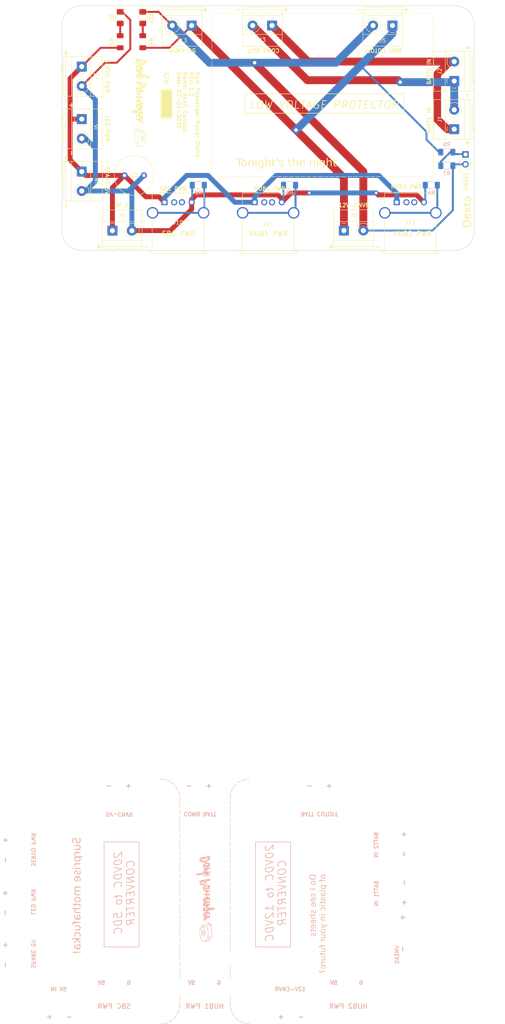
<source format=kicad_pcb>
(kicad_pcb (version 20241229) (generator "pcbnew") (generator_version "9.0")
  (title_block (title "Dark Passenger Power Distro Traces") (date "2025-03-08") (rev "V1") (company "Ranil Ganlath"))
  (layers (0 "F.Cu" signal) (2 "B.Cu" power) (13 "F.Paste" user) (15 "B.Paste" user) (5 "F.SilkS" user "F.Silkscreen") (7 "B.SilkS" user "B.Silkscreen") (1 "F.Mask" user) (3 "B.Mask" user) (25 "Edge.Cuts" user))
  (net 0 "")
  (net 1 "GND")
  (net 2 "+5V")
  (net 3 "Net-(J1-Pin_2)")
  (net 4 "Net-(J1-Pin_1)")
  (net 5 "Net-(J13-Pin_1)")
  (net 8 "Net-(J10-Shield)")
  (net 10 "Net-(J11-Shield)")
  (net 12 "Net-(J12-Shield)")
  (net 15 "Net-(J14-Pin_1)")
  (net 16 "Net-(D1-A)")
  (net 17 "Net-(D2-A)")
  (net 18 "Net-(D2-K)")
  (footprint "Connector_PinHeader_2.54mm:PinHeader_1x02_P2.54mm_Vertical" (layer "F.Cu") (at 144.05 60.1)
    (property "Reference" "J14" (hide yes))
    (property "Value" "BATT_MEAS")
    (pad "1" thru_hole rect (at 0 0) (size 1.7 1.7) (drill 1) (layers "*.Cu" "*.Mask") (net 15 "Net-(J14-Pin_1)"))
    (pad "2" thru_hole oval (at 0 2.54) (size 1.7 1.7) (drill 1) (layers "*.Cu" "*.Mask") (net 18 "Net-(D2-K)"))
  )
  (footprint "Resistor_SMD:R_1206_3216Metric_Pad1.30x1.75mm_HandSolder" (layer "F.Cu") (at 55.15 31.1 90)
    (property "Reference" "R1" (hide yes))
    (property "Value" "200ohm")
    (pad "1" smd roundrect (at -1.55 0 90) (size 1.3 1.75) (layers "F.Cu" "F.Mask" "F.Paste") (roundrect_rratio 0.192308) (net 2 "+5V"))
    (pad "2" smd roundrect (at 1.55 0 90) (size 1.3 1.75) (layers "F.Cu" "F.Mask" "F.Paste") (roundrect_rratio 0.192308) (net 16 "Net-(D1-A)"))
  )
  (footprint "LED_SMD:LED_1206_3216Metric_Pad1.42x1.75mm_HandSolder" (layer "F.Cu") (at 60.95 24.9 -90)
    (property "Reference" "D2" (hide yes))
    (property "Value" "LED")
    (pad "1" smd roundrect (at -1.4875 0 270) (size 1.425 1.75) (layers "F.Cu" "F.Mask" "F.Paste") (roundrect_rratio 0.175439) (net 18 "Net-(D2-K)"))
    (pad "2" smd roundrect (at 1.4875 0 270) (size 1.425 1.75) (layers "F.Cu" "F.Mask" "F.Paste") (roundrect_rratio 0.175439) (net 17 "Net-(D2-A)"))
  )
  (footprint "MountingHole:MountingHole_3mm" (layer "F.Cu") (at 81.74 26.8)
    (property "Reference" "H4" (hide yes))
    (property "Value" "MountingHole")
    (pad "" np_thru_hole circle (at 0 0) (size 3 3) (drill 3) (layers "*.Cu" "*.Mask"))
  )
  (footprint "TerminalBlock_Phoenix:TerminalBlock_Phoenix_MKDS-1,5-2_1x02_P5.00mm_Horizontal" (layer "F.Cu") (at 73.55 26.9275 180)
    (property "Reference" "J13" (at 2.5 -3.8725 0) (layer "F.SilkS"))
    (property "Value" "5V CONV")
    (pad "1" thru_hole roundrect (at 0 0 180) (size 2.6 2.6) (drill 1.3) (layers "*.Cu" "*.Mask") (roundrect_rratio 0.096154) (net 5 "Net-(J13-Pin_1)"))
    (pad "2" thru_hole circle (at 5 0 180) (size 2.6 2.6) (drill 1.3) (layers "*.Cu" "*.Mask") (net 18 "Net-(D2-K)"))
  )
  (footprint "MountingHole:MountingHole_3mm" (layer "F.Cu") (at 45.16 26.8)
    (property "Reference" "H2" (hide yes))
    (property "Value" "MountingHole")
    (pad "" np_thru_hole circle (at 0 0) (size 3 3) (drill 3) (layers "*.Cu" "*.Mask"))
  )
  (footprint "MountingHole:MountingHole_3mm" (layer "F.Cu") (at 81.75 62.8)
    (property "Reference" "H9" (hide yes))
    (property "Value" "MountingHole")
    (pad "" np_thru_hole circle (at 0 0) (size 3 3) (drill 3) (layers "*.Cu" "*.Mask"))
  )
  (footprint "MountingHole:MountingHole_3mm" (layer "F.Cu") (at 104.74 26.8)
    (property "Reference" "H6" (hide yes))
    (property "Value" "MountingHole")
    (pad "" np_thru_hole circle (at 0 0) (size 3 3) (drill 3) (layers "*.Cu" "*.Mask"))
  )
  (footprint "TerminalBlock_Phoenix:TerminalBlock_Phoenix_MKDS-1,5-2_1x02_P5.00mm_Horizontal" (layer "F.Cu") (at 45.25 64.5 -90)
    (property "Reference" "J8" (at 2.5 -4 90) (layer "F.SilkS"))
    (property "Value" "SPARE_5V_OUT")
    (pad "1" thru_hole roundrect (at 0 0 270) (size 2.6 2.6) (drill 1.3) (layers "*.Cu" "*.Mask") (roundrect_rratio 0.096154) (net 2 "+5V"))
    (pad "2" thru_hole circle (at 5 0 270) (size 2.6 2.6) (drill 1.3) (layers "*.Cu" "*.Mask") (net 1 "GND"))
  )
  (footprint "MountingHole:MountingHole_3mm" (layer "F.Cu") (at 132.75 62.8)
    (property "Reference" "H11" (hide yes))
    (property "Value" "MountingHole")
    (pad "" np_thru_hole circle (at 0 0) (size 3 3) (drill 3) (layers "*.Cu" "*.Mask"))
  )
  (footprint "Connector_USB:USB_A_Molex_67643_Horizontal" (layer "F.Cu") (at 89.75 72.408)
    (property "Reference" "J11" (at 3.5 5.592 0) (layer "F.SilkS"))
    (property "Value" "USB_HUB1_PWR")
    (pad "1" thru_hole rect (at 0 0) (size 1.6 1.5) (drill 0.95) (layers "*.Cu" "*.Mask") (net 2 "+5V"))
    (pad "2" thru_hole circle (at 2.5 0) (size 1.6 1.6) (drill 0.95) (layers "*.Cu" "*.Mask"))
    (pad "3" thru_hole circle (at 4.5 0) (size 1.6 1.6) (drill 0.95) (layers "*.Cu" "*.Mask"))
    (pad "4" thru_hole circle (at 7 0) (size 1.6 1.6) (drill 0.95) (layers "*.Cu" "*.Mask") (net 1 "GND"))
    (pad "5" thru_hole circle (at -3.07 2.71) (size 3 3) (drill 2.3) (layers "*.Cu" "*.Mask") (net 10 "Net-(J11-Shield)"))
    (pad "5" thru_hole circle (at 10.07 2.71) (size 3 3) (drill 2.3) (layers "*.Cu" "*.Mask") (net 10 "Net-(J11-Shield)"))
  )
  (footprint "Resistor_SMD:R_1206_3216Metric_Pad1.30x1.75mm_HandSolder" (layer "F.Cu") (at 60.95 31.1 90)
    (property "Reference" "R5" (hide yes))
    (property "Value" "200ohm")
    (pad "1" smd roundrect (at -1.55 0 90) (size 1.3 1.75) (layers "F.Cu" "F.Mask" "F.Paste") (roundrect_rratio 0.192308) (net 5 "Net-(J13-Pin_1)"))
    (pad "2" smd roundrect (at 1.55 0 90) (size 1.3 1.75) (layers "F.Cu" "F.Mask" "F.Paste") (roundrect_rratio 0.192308) (net 17 "Net-(D2-A)"))
  )
  (footprint "LOGO" (layer "F.Cu") (at 60.25 56 -90)
    (property "Reference" "G***" (hide yes))
    (property "Value" "LOGO" (hide yes))
  )
  (footprint "TerminalBlock_Phoenix:TerminalBlock_Phoenix_MKDS-1,5-2_1x02_P5.00mm_Horizontal" (layer "F.Cu") (at 45.25 37.5 -90)
    (property "Reference" "J7" (at 2.5 -3.8 90) (layer "F.SilkS"))
    (property "Value" "SERVO_PWR")
    (pad "1" thru_hole roundrect (at 0 0 270) (size 2.6 2.6) (drill 1.3) (layers "*.Cu" "*.Mask") (roundrect_rratio 0.096154) (net 2 "+5V"))
    (pad "2" thru_hole circle (at 5 0 270) (size 2.6 2.6) (drill 1.3) (layers "*.Cu" "*.Mask") (net 1 "GND"))
  )
  (footprint "MountingHole:MountingHole_3mm" (layer "F.Cu") (at 104.74 79.8)
    (property "Reference" "H5" (hide yes))
    (property "Value" "MountingHole")
    (pad "" np_thru_hole circle (at 0 0) (size 3 3) (drill 3) (layers "*.Cu" "*.Mask"))
  )
  (footprint "MountingHole:MountingHole_3mm" (layer "F.Cu") (at 81.74 79.8)
    (property "Reference" "H3" (hide yes))
    (property "Value" "MountingHole")
    (pad "" np_thru_hole circle (at 0 0) (size 3 3) (drill 3) (layers "*.Cu" "*.Mask"))
  )
  (footprint "TerminalBlock_Phoenix:TerminalBlock_Phoenix_MKDS-1,5-2_1x02_P5.00mm_Horizontal" (layer "F.Cu") (at 112.75 79.6725)
    (property "Reference" "J9" (at 2.5 -3.8725 0) (layer "F.SilkS"))
    (property "Value" "12V CONV")
    (pad "1" thru_hole roundrect (at 0 0) (size 2.6 2.6) (drill 1.3) (layers "*.Cu" "*.Mask") (roundrect_rratio 0.096154) (net 5 "Net-(J13-Pin_1)"))
    (pad "2" thru_hole circle (at 5 0) (size 2.6 2.6) (drill 1.3) (layers "*.Cu" "*.Mask") (net 18 "Net-(D2-K)"))
  )
  (footprint "TerminalBlock_Phoenix:TerminalBlock_Phoenix_MKDS-1,5-2_1x02_P5.00mm_Horizontal" (layer "F.Cu") (at 125.25 26.9275 180)
    (property "Reference" "J5" (at 2.5 -3.8725 0) (layer "F.SilkS"))
    (property "Value" "BATT_CUTOFF")
    (pad "1" thru_hole roundrect (at 0 0 180) (size 2.6 2.6) (drill 1.3) (layers "*.Cu" "*.Mask") (roundrect_rratio 0.096154) (net 5 "Net-(J13-Pin_1)"))
    (pad "2" thru_hole circle (at 5 0 180) (size 2.6 2.6) (drill 1.3) (layers "*.Cu" "*.Mask") (net 18 "Net-(D2-K)"))
  )
  (footprint "LOGO" (layer "F.Cu") (at 60.25 44 -90)
    (property "Reference" "G***" (hide yes))
    (property "Value" "LOGO" (hide yes))
  )
  (footprint "TerminalBlock_Phoenix:TerminalBlock_Phoenix_MKDS-1,5-2_1x02_P5.00mm_Horizontal" (layer "F.Cu") (at 94.25 26.9275 180)
    (property "Reference" "J3" (at 2.5 -3.6725 0) (layer "F.SilkS"))
    (property "Value" "BATT_COMB")
    (pad "1" thru_hole roundrect (at 0 0 180) (size 2.6 2.6) (drill 1.3) (layers "*.Cu" "*.Mask") (roundrect_rratio 0.096154) (net 4 "Net-(J1-Pin_1)"))
    (pad "2" thru_hole circle (at 5 0 180) (size 2.6 2.6) (drill 1.3) (layers "*.Cu" "*.Mask") (net 3 "Net-(J1-Pin_2)"))
  )
  (footprint "Connector_USB:USB_A_Molex_67643_Horizontal" (layer "F.Cu") (at 66.55 72.408)
    (property "Reference" "J10" (at 3.5 5.192 0) (layer "F.SilkS"))
    (property "Value" "RaspPi_PWR")
    (pad "1" thru_hole rect (at 0 0) (size 1.6 1.5) (drill 0.95) (layers "*.Cu" "*.Mask") (net 2 "+5V"))
    (pad "2" thru_hole circle (at 2.5 0) (size 1.6 1.6) (drill 0.95) (layers "*.Cu" "*.Mask"))
    (pad "3" thru_hole circle (at 4.5 0) (size 1.6 1.6) (drill 0.95) (layers "*.Cu" "*.Mask"))
    (pad "4" thru_hole circle (at 7 0) (size 1.6 1.6) (drill 0.95) (layers "*.Cu" "*.Mask") (net 1 "GND"))
    (pad "5" thru_hole circle (at -3.07 2.71) (size 3 3) (drill 2.3) (layers "*.Cu" "*.Mask") (net 8 "Net-(J10-Shield)"))
    (pad "5" thru_hole circle (at 10.07 2.71) (size 3 3) (drill 2.3) (layers "*.Cu" "*.Mask") (net 8 "Net-(J10-Shield)"))
  )
  (footprint "MountingHole:MountingHole_3mm" (layer "F.Cu") (at 45.16 79.8)
    (property "Reference" "H1" (hide yes))
    (property "Value" "MountingHole")
    (pad "" np_thru_hole circle (at 0 0) (size 3 3) (drill 3) (layers "*.Cu" "*.Mask"))
  )
  (footprint "MountingHole:MountingHole_3mm" (layer "F.Cu") (at 141.32 79.8)
    (property "Reference" "H7" (hide yes))
    (property "Value" "MountingHole")
    (pad "" np_thru_hole circle (at 0 0) (size 3 3) (drill 3) (layers "*.Cu" "*.Mask"))
  )
  (footprint "MountingHole:MountingHole_3mm" (layer "F.Cu") (at 132.75 26.8)
    (property "Reference" "H12" (hide yes))
    (property "Value" "MountingHole")
    (pad "" np_thru_hole circle (at 0 0) (size 3 3) (drill 3) (layers "*.Cu" "*.Mask"))
  )
  (footprint "Capacitor_THT:C_Radial_D10.0mm_H16.0mm_P5.00mm" (layer "F.Cu") (at 56.25 65.5)
    (property "Reference" "C1" (at 2.5 -0.1 0) (layer "F.SilkS"))
    (property "Value" "1000uF 16V")
    (pad "1" thru_hole circle (at 0 0) (size 1.6 1.6) (drill 0.8) (layers "*.Cu" "*.Mask") (net 2 "+5V"))
    (pad "2" thru_hole circle (at 5 0) (size 1.6 1.6) (drill 0.8) (layers "*.Cu" "*.Mask") (net 1 "GND"))
  )
  (footprint "TerminalBlock_Phoenix:TerminalBlock_Phoenix_MKDS-1,5-2_1x02_P5.00mm_Horizontal" (layer "F.Cu") (at 53.15 79.7)
    (property "Reference" "J4" (at 2.5 -3.9 0) (layer "F.SilkS"))
    (property "Value" "5V Input")
    (pad "1" thru_hole roundrect (at 0 0) (size 2.6 2.6) (drill 1.3) (layers "*.Cu" "*.Mask") (roundrect_rratio 0.096154) (net 2 "+5V"))
    (pad "2" thru_hole circle (at 5 0) (size 2.6 2.6) (drill 1.3) (layers "*.Cu" "*.Mask") (net 1 "GND"))
  )
  (footprint "TerminalBlock_Phoenix:TerminalBlock_Phoenix_MKDS-1,5-2_1x02_P5.00mm_Horizontal" (layer "F.Cu") (at 141.15 53.6 90)
    (property "Reference" "J1" (at 2.6 -3.7 90) (layer "F.SilkS"))
    (property "Value" "BATT_1")
    (pad "1" thru_hole roundrect (at 0 0 90) (size 2.6 2.6) (drill 1.3) (layers "*.Cu" "*.Mask") (roundrect_rratio 0.096154) (net 4 "Net-(J1-Pin_1)"))
    (pad "2" thru_hole circle (at 5 0 90) (size 2.6 2.6) (drill 1.3) (layers "*.Cu" "*.Mask") (net 3 "Net-(J1-Pin_2)"))
  )
  (footprint "TerminalBlock_Phoenix:TerminalBlock_Phoenix_MKDS-1,5-2_1x02_P5.00mm_Horizontal" (layer "F.Cu") (at 45.25 51 -90)
    (property "Reference" "J6" (at 2.2 -3.8 90) (layer "F.SilkS"))
    (property "Value" "NEOPIXEL_PWR")
    (pad "1" thru_hole roundrect (at 0 0 270) (size 2.6 2.6) (drill 1.3) (layers "*.Cu" "*.Mask") (roundrect_rratio 0.096154) (net 2 "+5V"))
    (pad "2" thru_hole circle (at 5 0 270) (size 2.6 2.6) (drill 1.3) (layers "*.Cu" "*.Mask") (net 1 "GND"))
  )
  (footprint "Connector_USB:USB_A_Molex_67643_Horizontal" (layer "F.Cu") (at 126.35 72.408)
    (property "Reference" "J12" (at 3.5 5.192 0) (layer "F.SilkS"))
    (property "Value" "USB_HUB2_PWR")
    (pad "1" thru_hole rect (at 0 0) (size 1.6 1.5) (drill 0.95) (layers "*.Cu" "*.Mask") (net 2 "+5V"))
    (pad "2" thru_hole circle (at 2.5 0) (size 1.6 1.6) (drill 0.95) (layers "*.Cu" "*.Mask"))
    (pad "3" thru_hole circle (at 4.5 0) (size 1.6 1.6) (drill 0.95) (layers "*.Cu" "*.Mask"))
    (pad "4" thru_hole circle (at 7 0) (size 1.6 1.6) (drill 0.95) (layers "*.Cu" "*.Mask") (net 1 "GND"))
    (pad "5" thru_hole circle (at -3.07 2.71) (size 3 3) (drill 2.3) (layers "*.Cu" "*.Mask") (net 12 "Net-(J12-Shield)"))
    (pad "5" thru_hole circle (at 10.07 2.71) (size 3 3) (drill 2.3) (layers "*.Cu" "*.Mask") (net 12 "Net-(J12-Shield)"))
  )
  (footprint "MountingHole:MountingHole_3mm" (layer "F.Cu") (at 141.32 26.8)
    (property "Reference" "H8" (hide yes))
    (property "Value" "MountingHole")
    (pad "" np_thru_hole circle (at 0 0) (size 3 3) (drill 3) (layers "*.Cu" "*.Mask"))
  )
  (footprint "LED_SMD:LED_1206_3216Metric_Pad1.42x1.75mm_HandSolder" (layer "F.Cu") (at 55.15 24.9 -90)
    (property "Reference" "D1" (hide yes))
    (property "Value" "LED")
    (pad "1" smd roundrect (at -1.4875 0 270) (size 1.425 1.75) (layers "F.Cu" "F.Mask" "F.Paste") (roundrect_rratio 0.175439) (net 1 "GND"))
    (pad "2" smd roundrect (at 1.4875 0 270) (size 1.425 1.75) (layers "F.Cu" "F.Mask" "F.Paste") (roundrect_rratio 0.175439) (net 16 "Net-(D1-A)"))
  )
  (footprint "TerminalBlock_Phoenix:TerminalBlock_Phoenix_MKDS-1,5-2_1x02_P5.00mm_Horizontal" (layer "F.Cu") (at 141.15 41.2 90)
    (property "Reference" "J2" (at 2.5 -3.7 90) (layer "F.SilkS"))
    (property "Value" "BATT_2")
    (pad "1" thru_hole roundrect (at 0 0 90) (size 2.6 2.6) (drill 1.3) (layers "*.Cu" "*.Mask") (roundrect_rratio 0.096154) (net 3 "Net-(J1-Pin_2)"))
    (pad "2" thru_hole circle (at 5 0 90) (size 2.6 2.6) (drill 1.3) (layers "*.Cu" "*.Mask") (net 4 "Net-(J1-Pin_1)"))
  )
  (footprint "LOGO" (layer "B.Cu") (at 77.25 249.172002 -90)
    (property "Reference" "G***" (hide yes))
    (property "Value" "LOGO" (hide yes))
  )
  (footprint "Resistor_SMD:R_1206_3216Metric_Pad1.30x1.75mm_HandSolder" (layer "B.Cu") (at 75.25 68)
    (property "Reference" "R2" (at 0 2 0) (layer "B.SilkS") (effects (justify mirror)))
    (property "Value" "0ohm")
    (pad "1" smd roundrect (at -1.55 0) (size 1.3 1.75) (layers "B.Cu" "B.Mask" "B.Paste") (roundrect_rratio 0.192308) (net 1 "GND"))
    (pad "2" smd roundrect (at 1.55 0) (size 1.3 1.75) (layers "B.Cu" "B.Mask" "B.Paste") (roundrect_rratio 0.192308) (net 8 "Net-(J10-Shield)"))
  )
  (footprint "Resistor_SMD:R_1206_3216Metric_Pad1.30x1.75mm_HandSolder" (layer "B.Cu") (at 139.25 59.5)
    (property "Reference" "R6" (at 0 -2 180) (layer "B.SilkS") (effects (justify mirror)))
    (property "Value" "10kohm")
    (pad "1" smd roundrect (at -1.55 0) (size 1.3 1.75) (layers "B.Cu" "B.Mask" "B.Paste") (roundrect_rratio 0.192308) (net 5 "Net-(J13-Pin_1)"))
    (pad "2" smd roundrect (at 1.55 0) (size 1.3 1.75) (layers "B.Cu" "B.Mask" "B.Paste") (roundrect_rratio 0.192308) (net 15 "Net-(J14-Pin_1)"))
  )
  (footprint "Resistor_SMD:R_1206_3216Metric_Pad1.30x1.75mm_HandSolder" (layer "B.Cu") (at 135.25 68)
    (property "Reference" "R4" (at 0 2 180) (layer "B.SilkS") (effects (justify mirror)))
    (property "Value" "0ohm")
    (pad "1" smd roundrect (at -1.55 0) (size 1.3 1.75) (layers "B.Cu" "B.Mask" "B.Paste") (roundrect_rratio 0.192308) (net 1 "GND"))
    (pad "2" smd roundrect (at 1.55 0) (size 1.3 1.75) (layers "B.Cu" "B.Mask" "B.Paste") (roundrect_rratio 0.192308) (net 12 "Net-(J12-Shield)"))
  )
  (footprint "Resistor_SMD:R_1206_3216Metric_Pad1.30x1.75mm_HandSolder" (layer "B.Cu") (at 98.75 68)
    (property "Reference" "R3" (at 0 2 180) (layer "B.SilkS") (effects (justify mirror)))
    (property "Value" "0ohm")
    (pad "1" smd roundrect (at -1.55 0) (size 1.3 1.75) (layers "B.Cu" "B.Mask" "B.Paste") (roundrect_rratio 0.192308) (net 1 "GND"))
    (pad "2" smd roundrect (at 1.55 0) (size 1.3 1.75) (layers "B.Cu" "B.Mask" "B.Paste") (roundrect_rratio 0.192308) (net 10 "Net-(J11-Shield)"))
  )
  (footprint "Resistor_SMD:R_1206_3216Metric_Pad1.30x1.75mm_HandSolder" (layer "B.Cu") (at 139.25 63)
    (property "Reference" "R7" (at 0 2 180) (layer "B.SilkS") (effects (justify mirror)))
    (property "Value" "1.571kohm")
    (pad "1" smd roundrect (at -1.55 0) (size 1.3 1.75) (layers "B.Cu" "B.Mask" "B.Paste") (roundrect_rratio 0.192308) (net 15 "Net-(J14-Pin_1)"))
    (pad "2" smd roundrect (at 1.55 0) (size 1.3 1.75) (layers "B.Cu" "B.Mask" "B.Paste") (roundrect_rratio 0.192308) (net 18 "Net-(D2-K)"))
  )
  (footprint "LOGO" (layer "B.Cu") (at 77.25 260.422002 -90)
    (property "Reference" "G***" (hide yes))
    (property "Value" "LOGO" (hide yes))
  )
  (gr_rect (start 65.65 43.4) (end 68.45 50.766) (stroke (width 0.15)) (fill yes) (layer "F.SilkS"))
  (gr_rect (start 78.75 23.8) (end 135.75 65.8) (stroke (width 0.1) (type dash)) (fill no) (layer "F.SilkS"))
  (gr_rect (start 87.25 44.5) (end 128.25 49.5) (stroke (width 0.15)) (fill no) (layer "F.SilkS"))
  (gr_line (start 70.49 276.4) (end 70.49 278.8) (stroke (width 0.1) (type dash)) (layer "B.SilkS"))
  (gr_arc (start 70.49 278.8) (mid 69.025534 282.335533) (end 65.49 283.8) (stroke (width 0.1) (type dash)) (layer "B.SilkS"))
  (gr_rect (start 90 237) (end 99 264) (stroke (width 0.15)) (fill no) (layer "B.SilkS"))
  (gr_line (start 83.49 272) (end 83.49 268.5) (stroke (width 0.1) (type dash)) (layer "B.SilkS"))
  (gr_rect (start 51 237) (end 60 264) (stroke (width 0.15)) (fill no) (layer "B.SilkS"))
  (gr_line (start 70.49 225.8) (end 70.49 272) (stroke (width 0.1) (type dash)) (layer "B.SilkS"))
  (gr_line (start 83.49 265) (end 83.49 225.8) (stroke (width 0.1) (type dash)) (layer "B.SilkS"))
  (gr_arc (start 83.49 225.8) (mid 84.854465 222.264466) (end 88.39 220.8) (stroke (width 0.1) (type dash)) (layer "B.SilkS"))
  (gr_line (start 83.49 276.4) (end 83.49 278.8) (stroke (width 0.1) (type dash)) (layer "B.SilkS"))
  (gr_arc (start 65.49 220.8) (mid 69.025533 222.264466) (end 70.49 225.8) (stroke (width 0.1) (type dash)) (layer "B.SilkS"))
  (gr_arc (start 88.49 283.8) (mid 84.954467 282.335534) (end 83.49 278.8) (stroke (width 0.1) (type dash)) (layer "B.SilkS"))
  (gr_arc (start 40.16 26.8) (mid 41.624466 23.264467) (end 45.16 21.8) (stroke (width 0.1)) (layer "Edge.Cuts"))
  (gr_line (start 141.32 21.8) (end 104.64 21.8) (stroke (width 0.1)) (layer "Edge.Cuts"))
  (gr_line (start 81.74 21.8) (end 45.16 21.8) (stroke (width 0.1)) (layer "Edge.Cuts"))
  (gr_line (start 45.16 84.8) (end 81.74 84.8) (stroke (width 0.1)) (layer "Edge.Cuts"))
  (gr_arc (start 146.32 79.8) (mid 144.855534 83.335533) (end 141.32 84.8) (stroke (width 0.1)) (layer "Edge.Cuts"))
  (gr_arc (start 45.16 84.8) (mid 41.624467 83.335534) (end 40.16 79.8) (stroke (width 0.1)) (layer "Edge.Cuts"))
  (gr_line (start 146.32 26.8) (end 146.32 79.8) (stroke (width 0.1)) (layer "Edge.Cuts"))
  (gr_line (start 141.32 84.8) (end 104.64 84.8) (stroke (width 0.1)) (layer "Edge.Cuts"))
  (gr_line (start 40.16 79.8) (end 40.16 26.8) (stroke (width 0.1)) (layer "Edge.Cuts"))
  (gr_line (start 104.64 21.8) (end 81.74 21.8) (stroke (width 0.1)) (layer "Edge.Cuts"))
  (gr_arc (start 141.32 21.8) (mid 144.855534 23.264467) (end 146.32 26.800002) (stroke (width 0.1)) (layer "Edge.Cuts"))
  (gr_line (start 104.64 84.8) (end 81.74 84.8) (stroke (width 0.1)) (layer "Edge.Cuts"))
  (gr_text "+" (at 42 46.5 270) (layer "F.SilkS") (effects (font (size 1.25 1.25) (thickness 0.25) (bold yes)) (justify left bottom)))
  (gr_text "HUB2 PWR" (at 125.25 81.2 0) (layer "F.SilkS") (effects (font (size 1.25 1.25) (thickness 0.2)) (justify left bottom)))
  (gr_text "-" (at 65.75 22.25 180) (layer "F.SilkS") (effects (font (size 1.25 1.25) (thickness 0.25) (bold yes)) (justify left bottom)))
  (gr_text "R1" (at 52.25 30 270) (layer "F.SilkS") (effects (font (size 1 1) (thickness 0.2)) (justify left bottom)))
  (gr_text "5V IN" (at 53.5 73.75 0) (layer "F.SilkS") (effects (font (size 1 1) (thickness 0.2)) (justify left bottom)))
  (gr_text "HUB2 PWR" (at 124.75 69 0) (layer "F.SilkS") (effects (font (size 1 1) (thickness 0.2)) (justify left bottom)))
  (gr_text "Dexta" (at 145.75 79 90) (layer "F.SilkS") (effects (font (size 2 2) (thickness 0.2)) (justify left bottom)))
  (gr_text "12V-CNVR" (at 111.25 73.75 0) (layer "F.SilkS") (effects (font (size 1 1) (thickness 0.2)) (justify left bottom)))
  (gr_text "HUB1 PWR" (at 89.5 69.5 0) (layer "F.SilkS") (effects (font (size 1 1) (thickness 0.2)) (justify left bottom)))
  (gr_text "LED PWR" (at 51.25 50 -90) (layer "F.SilkS") (effects (font (size 1 1) (thickness 0.2)) (justify left bottom)))
  (gr_text "SBC PWR" (at 65.75 81.2 0) (layer "F.SilkS") (effects (font (size 1.25 1.25) (thickness 0.2)) (justify left bottom)))
  (gr_text "Tonight's the night" (at 85 63.5 0) (layer "F.SilkS") (effects (font (size 2 2) (thickness 0.2)) (justify left bottom)))
  (gr_text "+" (at 145.25 33.6 90) (layer "F.SilkS") (effects (font (size 1.25 1.25) (thickness 0.25) (bold yes)) (justify left bottom)))
  (gr_text "+" (at 40.5 60 270) (layer "F.SilkS") (effects (font (size 1.25 1.25) (thickness 0.25) (bold yes)) (justify left bottom)))
  (gr_text "R5" (at 62.5 30 270) (layer "F.SilkS") (effects (font (size 1 1) (thickness 0.2)) (justify left bottom)))
  (gr_text "-" (at 86.5 22.25 180) (layer "F.SilkS") (effects (font (size 1.25 1.25) (thickness 0.25) (bold yes)) (justify left bottom)))
  (gr_text "BATT CUTOFF" (at 127.75 32.75 180) (layer "F.SilkS") (effects (font (size 1 1) (thickness 0.2)) (justify left bottom)))
  (gr_text "BATT2 IN" (at 135.25 42.25 90) (layer "F.SilkS") (effects (font (size 1 1) (thickness 0.2)) (justify left bottom)))
  (gr_text "SPARE 5V" (at 51.25 63 -90) (layer "F.SilkS") (effects (font (size 1 1) (thickness 0.2)) (justify left bottom)))
  (gr_text "-" (at 40.5 72.25 270) (layer "F.SilkS") (effects (font (size 1.25 1.25) (thickness 0.25) (bold yes)) (justify left bottom)))
  (gr_text "SBC PWR" (at 65.25 69.5 0) (layer "F.SilkS") (effects (font (size 1 1) (thickness 0.2)) (justify left bottom)))
  (gr_text "-" (at 120.5 84.5 0) (layer "F.SilkS") (effects (font (size 1.25 1.25) (thickness 0.25) (bold yes)) (justify left bottom)))
  (gr_text "-" (at 60.75 84.5 0) (layer "F.SilkS") (effects (font (size 1.25 1.25) (thickness 0.25) (bold yes)) (justify left bottom)))
  (gr_text "+" (at 40.5 33 270) (layer "F.SilkS") (effects (font (size 1.25 1.25) (thickness 0.25) (bold yes)) (justify left bottom)))
  (gr_text "SERVO PWR" (at 51.25 35.5 -90) (layer "F.SilkS") (effects (font (size 1 1) (thickness 0.2)) (justify left bottom)))
  (gr_text "HUB1 PWR" (at 88.25 81.2 0) (layer "F.SilkS") (effects (font (size 1.25 1.25) (thickness 0.2)) (justify left bottom)))
  (gr_text "+" (at 98.75 22.25 180) (layer "F.SilkS") (effects (font (size 1.25 1.25) (thickness 0.25) (bold yes)) (justify left bottom)))
  (gr_text "COMB BATT" (at 96.25 32.75 180) (layer "F.SilkS") (effects (font (size 1 1) (thickness 0.2)) (justify left bottom)))
  (gr_text "+" (at 108.5 84.5 0) (layer "F.SilkS") (effects (font (size 1.25 1.25) (thickness 0.25) (bold yes)) (justify left bottom)))
  (gr_text "5V-CNVR" (at 74.75 32.75 180) (layer "F.SilkS") (effects (font (size 1 1) (thickness 0.2)) (justify left bottom)))
  (gr_text "20V" (at 62.5 23.5 270) (layer "F.SilkS") (effects (font (size 1 1) (thickness 0.2)) (justify left bottom)))
  (gr_text "-" (at 117.5 22.25 180) (layer "F.SilkS") (effects (font (size 1.25 1.25) (thickness 0.25) (bold yes)) (justify left bottom)))
  (gr_text "VMEAS" (at 144.75 69.5 90) (layer "F.SilkS") (effects (font (size 1 1) (thickness 0.2)) (justify left bottom)))
  (gr_text "+" (at 48.75 84.5 0) (layer "F.SilkS") (effects (font (size 1.25 1.25) (thickness 0.25) (bold yes)) (justify left bottom)))
  (gr_text "-" (at 145.25 45.8 90) (layer "F.SilkS") (effects (font (size 1.25 1.25) (thickness 0.25) (bold yes)) (justify left bottom)))
  (gr_text "-" (at 42 58.75 270) (layer "F.SilkS") (effects (font (size 1.25 1.25) (thickness 0.25) (bold yes)) (justify left bottom)))
  (gr_text "+" (at 145.25 58 90) (layer "F.SilkS") (effects (font (size 1.25 1.25) (thickness 0.25) (bold yes)) (justify left bottom)))
  (gr_text "BATT1 IN" (at 135.25 54.75 90) (layer "F.SilkS") (effects (font (size 1 1) (thickness 0.2)) (justify left bottom)))
  (gr_text "Dark Passenger Power Distro\nREV: 1.0\nName: Ranil Ganlath\nDate: 03-09-2025\n\nS/N:" (at 66.45 38.701 270) (layer "F.SilkS") (effects (font (size 1 1) (thickness 0.2)) (justify left bottom)))
  (gr_text "-" (at 40.5 45.25 270) (layer "F.SilkS") (effects (font (size 1.25 1.25) (thickness 0.25) (bold yes)) (justify left bottom)))
  (gr_text "+" (at 78 22.25 180) (layer "F.SilkS") (effects (font (size 1.25 1.25) (thickness 0.25) (bold yes)) (justify left bottom)))
  (gr_text "+" (at 129.75 22.25 180) (layer "F.SilkS") (effects (font (size 1.25 1.25) (thickness 0.25) (bold yes)) (justify left bottom)))
  (gr_text "5V" (at 52.25 23.75 270) (layer "F.SilkS") (effects (font (size 1 1) (thickness 0.2)) (justify left bottom)))
  (gr_text "LOW VOLTAGE PROTECTOR" (at 88.25 48.5 0) (layer "F.SilkS") (effects (font (size 2 2) (thickness 0.2) (bold yes) (italic yes)) (justify left bottom)))
  (gr_text "+" (at 127.65 253.5 270) (layer "B.SilkS") (effects (font (size 1.25 1.25) (thickness 0.25) (bold yes)) (justify left bottom mirror)))
  (gr_text "G" (at 117.8 273.8 0) (layer "B.SilkS") (effects (font (size 1 1) (thickness 0.25) (bold yes)) (justify left bottom mirror)))
  (gr_text "SPARE 5V" (at 32.2 269.6 270) (layer "B.SilkS") (effects (font (size 1 1) (thickness 0.2)) (justify left bottom mirror)))
  (gr_text "-" (at 26.25 267.676 90) (layer "B.SilkS") (effects (font (size 1.25 1.25) (thickness 0.25) (bold yes)) (justify left bottom mirror)))
  (gr_text "SERVO PWR" (at 32.2 243.4 270) (layer "B.SilkS") (effects (font (size 1 1) (thickness 0.2)) (justify left bottom mirror)))
  (gr_text "+" (at 128.5 255.5 90) (layer "B.SilkS") (effects (font (size 1.25 1.25) (thickness 0.25) (bold yes)) (justify left bottom mirror)))
  (gr_text "-" (at 53.12 223.25 0) (layer "B.SilkS") (effects (font (size 1.25 1.25) (thickness 0.25) (bold yes)) (justify left bottom mirror)))
  (gr_text "20VDC to 12VDC\nCONVERTER" (at 98 250 90) (layer "B.SilkS") (effects (font (size 2 2) (thickness 0.2) (bold yes) (italic yes)) (justify bottom mirror)))
  (gr_text "+" (at 127.6 236 270) (layer "B.SilkS") (effects (font (size 1.25 1.25) (thickness 0.25) (bold yes)) (justify left bottom mirror)))
  (gr_text "LED PWR" (at 32.15 255.8 270) (layer "B.SilkS") (effects (font (size 1 1) (thickness 0.2)) (justify left bottom mirror)))
  (gr_text "+" (at 109.9 223.25 0) (layer "B.SilkS") (effects (font (size 1.25 1.25) (thickness 0.25) (bold yes)) (justify left bottom mirror)))
  (gr_text "+" (at 26.25 262.596 90) (layer "B.SilkS") (effects (font (size 1.25 1.25) (thickness 0.25) (bold yes)) (justify left bottom mirror)))
  (gr_text "-" (at 26.25 240.676 90) (layer "B.SilkS") (effects (font (size 1.25 1.25) (thickness 0.25) (bold yes)) (justify left bottom mirror)))
  (gr_text "+" (at 36 281.4 180) (layer "B.SilkS") (effects (font (size 1.25 1.25) (thickness 0.25) (bold yes)) (justify left bottom mirror)))
  (gr_text "G" (at 58 273.8 0) (layer "B.SilkS") (effects (font (size 1 1) (thickness 0.25) (bold yes)) (justify left bottom mirror)))
  (gr_text "+" (at 26.25 235.596 90) (layer "B.SilkS") (effects (font (size 1.25 1.25) (thickness 0.25) (bold yes)) (justify left bottom mirror)))
  (gr_text "-" (at 73.82 223.25 0) (layer "B.SilkS") (effects (font (size 1.25 1.25) (thickness 0.25) (bold yes)) (justify left bottom mirror)))
  (gr_text "+" (at 58.2 223.25 0) (layer "B.SilkS") (effects (font (size 1.25 1.25) (thickness 0.25) (bold yes)) (justify left bottom mirror)))
  (gr_text "-" (at 100.7 281.4 180) (layer "B.SilkS") (effects (font (size 1.25 1.25) (thickness 0.25) (bold yes)) (justify left bottom mirror)))
  (gr_text "12V-CNVR" (at 103 275.45 0) (layer "B.SilkS") (effects (font (size 1 1) (thickness 0.2)) (justify left bottom mirror)))
  (gr_text "+" (at 95.62 281.4 180) (layer "B.SilkS") (effects (font (size 1.25 1.25) (thickness 0.25) (bold yes)) (justify left bottom mirror)))
  (gr_text "+" (at 78.9 223.25 0) (layer "B.SilkS") (effects (font (size 1.25 1.25) (thickness 0.25) (bold yes)) (justify left bottom mirror)))
  (gr_text "-" (at 104.82 223.25 0) (layer "B.SilkS") (effects (font (size 1.25 1.25) (thickness 0.25) (bold yes)) (justify left bottom mirror)))
  (gr_text "-" (at 26.2 254.276 90) (layer "B.SilkS") (effects (font (size 1.25 1.25) (thickness 0.25) (bold yes)) (justify left bottom mirror)))
  (gr_text "5V IN" (at 41.5 275.45 0) (layer "B.SilkS") (effects (font (size 1 1) (thickness 0.2)) (justify left bottom mirror)))
  (gr_text "HUB1 PWR" (at 82 280 0) (layer "B.SilkS") (effects (font (size 1.25 1.25) (thickness 0.2)) (justify left bottom mirror)))
  (gr_text "SBC PWR" (at 58 280 0) (layer "B.SilkS") (effects (font (size 1.25 1.25) (thickness 0.2)) (justify left bottom mirror)))
  (gr_text "HUB2 PWR" (at 119 280 0) (layer "B.SilkS") (effects (font (size 1.25 1.25) (thickness 0.2)) (justify left bottom mirror)))
  (gr_text "5V" (at 74.6 273.8 0) (layer "B.SilkS") (effects (font (size 1 1) (thickness 0.25) (bold yes)) (justify left bottom mirror)))
  (gr_text "-" (at 127.6 241 270) (layer "B.SilkS") (effects (font (size 1.25 1.25) (thickness 0.25) (bold yes)) (justify left bottom mirror)))
  (gr_text "BATT2 IN" (at 121.65 234.3 90) (layer "B.SilkS") (effects (font (size 1 1) (thickness 0.2)) (justify left bottom mirror)))
  (gr_text "5V-CNVR" (at 51.3 229.3 180) (layer "B.SilkS") (effects (font (size 1 1) (thickness 0.2)) (justify left bottom mirror)))
  (gr_text "-" (at 41.08 281.4 180) (layer "B.SilkS") (effects (font (size 1.25 1.25) (thickness 0.25) (bold yes)) (justify left bottom mirror)))
  (gr_text "Do I see sheets \nof plastic in your future?" (at 108.25 245.25 90) (layer "B.SilkS") (effects (font (size 1.5 1.5) (thickness 0.2)) (justify left bottom mirror)))
  (gr_text "-" (at 127.65 248.42 270) (layer "B.SilkS") (effects (font (size 1.25 1.25) (thickness 0.25) (bold yes)) (justify left bottom mirror)))
  (gr_text "5V" (at 111.2 273.8 0) (layer "B.SilkS") (effects (font (size 1 1) (thickness 0.25) (bold yes)) (justify left bottom mirror)))
  (gr_text "BATT CUTOFF" (at 101.5 229.2 180) (layer "B.SilkS") (effects (font (size 1 1) (thickness 0.2)) (justify left bottom mirror)))
  (gr_text "Surprise mothafucka!" (at 45.25 235.75 90) (layer "B.SilkS") (effects (font (size 2 2) (thickness 0.2)) (justify left bottom mirror)))
  (gr_text "20VDC to 5DC\nCONVERTER" (at 59 250 90) (layer "B.SilkS") (effects (font (size 2 2) (thickness 0.2) (bold yes) (italic yes)) (justify bottom mirror)))
  (gr_text "5V" (at 51.4 273.8 0) (layer "B.SilkS") (effects (font (size 1 1) (thickness 0.25) (bold yes)) (justify left bottom mirror)))
  (gr_text "-" (at 127.25 265.5 270) (layer "B.SilkS") (effects (font (size 1.25 1.25) (thickness 0.25) (bold yes)) (justify left bottom mirror)))
  (gr_text "VMEAS" (at 127 263.5 90) (layer "B.SilkS") (effects (font (size 1 1) (thickness 0.2)) (justify left bottom mirror)))
  (gr_text "COMB BATT" (at 71.4 229.2 180) (layer "B.SilkS") (effects (font (size 1 1) (thickness 0.2)) (justify left bottom mirror)))
  (gr_text "G" (at 81.2 273.8 0) (layer "B.SilkS") (effects (font (size 1 1) (thickness 0.25) (bold yes)) (justify left bottom mirror)))
  (gr_text "+" (at 26.2 249.196 90) (layer "B.SilkS") (effects (font (size 1.25 1.25) (thickness 0.25) (bold yes)) (justify left bottom mirror)))
  (gr_text "BATT1 IN" (at 121.7 246.8 90) (layer "B.SilkS") (effects (font (size 1 1) (thickness 0.2)) (justify left bottom mirror)))
  (segment (start 103.85 70) (end 99.158 70) (width 1.27) (layer "F.Cu") (net 1))
  (segment (start 55.15 23.4125) (end 55.6625 23.4125) (width 0.5) (layer "F.Cu") (net 1))
  (segment (start 51.25 36.5) (end 45.25 42.5) (width 0.5) (layer "F.Cu") (net 1))
  (segment (start 96.75 71.5) (end 96.75 72.408) (width 1.27) (layer "F.Cu") (net 1))
  (segment (start 54.25 36.5) (end 51.25 36.5) (width 0.5) (layer "F.Cu") (net 1))
  (segment (start 95.75 70.5) (end 96.75 71.5) (width 1.27) (layer "F.Cu") (net 1))
  (segment (start 99.158 70) (end 96.75 72.408) (width 1.27) (layer "F.Cu") (net 1))
  (segment (start 55.6625 23.4125) (end 57.75 25.5) (width 0.5) (layer "F.Cu") (net 1))
  (segment (start 74.75 70.5) (end 95.75 70.5) (width 1.27) (layer "F.Cu") (net 1))
  (segment (start 58.15 79.7) (end 68.05 79.7) (width 1.27) (layer "F.Cu") (net 1))
  (segment (start 73.55 74.2) (end 73.55 72.408) (width 1.27) (layer "F.Cu") (net 1))
  (segment (start 57.75 33) (end 54.25 36.5) (width 0.5) (layer "F.Cu") (net 1))
  (segment (start 68.05 79.7) (end 73.55 74.2) (width 1.27) (layer "F.Cu") (net 1))
  (segment (start 73.55 72.408) (end 73.55 71.7) (width 1.27) (layer "F.Cu") (net 1))
  (segment (start 131.442 70.5) (end 133.35 72.408) (width 1.27) (layer "F.Cu") (net 1))
  (segment (start 73.55 71.7) (end 74.75 70.5) (width 1.27) (layer "F.Cu") (net 1))
  (segment (start 121.55 70.5) (end 131.442 70.5) (width 1.27) (layer "F.Cu") (net 1))
  (segment (start 121.05 70) (end 121.55 70.5) (width 1.27) (layer "F.Cu") (net 1))
  (segment (start 57.75 25.5) (end 57.75 33) (width 0.5) (layer "F.Cu") (net 1))
  (via (at 103.85 70) (size 1) (drill 0.6) (layers "F.Cu" "B.Cu") (net 1))
  (via (at 121.05 70) (size 1) (drill 0.6) (layers "F.Cu" "B.Cu") (net 1))
  (segment (start 121.05 70) (end 103.85 70) (width 1.27) (layer "B.Cu") (net 1))
  (segment (start 45.25 69.5) (end 57.25 69.5) (width 1.27) (layer "B.Cu") (net 1))
  (segment (start 46.25 56) (end 45.25 56) (width 1.27) (layer "B.Cu") (net 1))
  (segment (start 48.75 58.5) (end 48.75 46) (width 1.27) (layer "B.Cu") (net 1))
  (segment (start 133.7 68) (end 133.7 72.058) (width 0.5) (layer "B.Cu") (net 1))
  (segment (start 73.7 68) (end 73.7 72.258) (width 0.5) (layer "B.Cu") (net 1))
  (segment (start 48.75 58.5) (end 46.25 56) (width 1.27) (layer "B.Cu") (net 1))
  (segment (start 57.25 69.5) (end 61.25 65.5) (width 1.27) (layer "B.Cu") (net 1))
  (segment (start 48.75 46) (end 45.25 42.5) (width 1.27) (layer "B.Cu") (net 1))
  (segment (start 73.7 72.258) (end 73.55 72.408) (width 0.5) (layer "B.Cu") (net 1))
  (segment (start 48.75 67) (end 48.75 58.5) (width 1.27) (layer "B.Cu") (net 1))
  (segment (start 97.2 68) (end 97.2 71.958) (width 0.5) (layer "B.Cu") (net 1))
  (segment (start 46.25 69.5) (end 48.75 67) (width 1.27) (layer "B.Cu") (net 1))
  (segment (start 45.25 69.5) (end 46.25 69.5) (width 1.27) (layer "B.Cu") (net 1))
  (segment (start 58.15 79.7) (end 58.15 68.6) (width 1.27) (layer "B.Cu") (net 1))
  (segment (start 58.15 68.6) (end 61.25 65.5) (width 1.27) (layer "B.Cu") (net 1))
  (segment (start 133.7 72.058) (end 133.35 72.408) (width 0.5) (layer "B.Cu") (net 1))
  (segment (start 97.2 71.958) (end 96.75 72.408) (width 0.5) (layer "B.Cu") (net 1))
  (segment (start 61.75 71) (end 56.25 65.5) (width 1.27) (layer "F.Cu") (net 2))
  (segment (start 55.15 32.65) (end 50.1 32.65) (width 0.5) (layer "F.Cu") (net 2))
  (segment (start 53.15 79.7) (end 53.15 68.6) (width 1.27) (layer "F.Cu") (net 2))
  (segment (start 65.142 71) (end 61.75 71) (width 1.27) (layer "F.Cu") (net 2))
  (segment (start 42.25 40.5) (end 45.25 37.5) (width 1.27) (layer "F.Cu") (net 2))
  (segment (start 56.25 65.5) (end 46.25 65.5) (width 1.27) (layer "F.Cu") (net 2))
  (segment (start 42.25 51) (end 42.25 40.5) (width 1.27) (layer "F.Cu") (net 2))
  (segment (start 53.15 68.6) (end 56.25 65.5) (width 1.27) (layer "F.Cu") (net 2))
  (segment (start 46.25 65.5) (end 45.25 64.5) (width 1.27) (layer "F.Cu") (net 2))
  (segment (start 66.55 72.408) (end 65.142 71) (width 1.27) (layer "F.Cu") (net 2))
  (segment (start 45.25 64.5) (end 42.25 61.5) (width 1.27) (layer "F.Cu") (net 2))
  (segment (start 42.25 61.5) (end 42.25 51) (width 1.27) (layer "F.Cu") (net 2))
  (segment (start 45.25 51) (end 42.25 51) (width 1.27) (layer "F.Cu") (net 2))
  (segment (start 50.1 32.65) (end 45.25 37.5) (width 0.5) (layer "F.Cu") (net 2))
  (segment (start 84.658 72.408) (end 89.75 72.408) (width 1.27) (layer "B.Cu") (net 2))
  (segment (start 72.25 65.5) (end 77.75 65.5) (width 1.27) (layer "B.Cu") (net 2))
  (segment (start 66.55 72.408) (end 66.55 71.2) (width 1.27) (layer "B.Cu") (net 2))
  (segment (start 95.25 65.5) (end 89.75 71) (width 1.27) (layer "B.Cu") (net 2))
  (segment (start 77.75 65.5) (end 84.658 72.408) (width 1.27) (layer "B.Cu") (net 2))
  (segment (start 89.75 71) (end 89.75 72.408) (width 1.27) (layer "B.Cu") (net 2))
  (segment (start 66.55 71.2) (end 72.25 65.5) (width 1.27) (layer "B.Cu") (net 2))
  (segment (start 126.35 72.408) (end 126.35 70.1) (width 1.27) (layer "B.Cu") (net 2))
  (segment (start 121.75 65.5) (end 95.25 65.5) (width 1.27) (layer "B.Cu") (net 2))
  (segment (start 126.35 70.1) (end 121.75 65.5) (width 1.27) (layer "B.Cu") (net 2))
  (segment (start 103.3225 41) (end 126.75 41) (width 2.03) (layer "F.Cu") (net 3))
  (segment (start 103.3225 41) (end 89.25 26.9275) (width 2.03) (layer "F.Cu") (net 3))
  (segment (start 126.75 41) (end 127.25 41.5) (width 2.03) (layer "F.Cu") (net 3))
  (via (at 127.25 41.5) (size 2) (drill 0.9) (layers "F.Cu" "B.Cu") (net 3))
  (segment (start 127.25 41.5) (end 140.85 41.5) (width 2.03) (layer "B.Cu") (net 3))
  (segment (start 140.85 41.5) (end 141.15 41.2) (width 2.03) (layer "B.Cu") (net 3))
  (segment (start 141.15 48.6) (end 141.15 41.2) (width 2.03) (layer "B.Cu") (net 3))
  (segment (start 103.5225 36.2) (end 94.25 26.9275) (width 2.03) (layer "F.Cu") (net 4))
  (segment (start 139.35 53.6) (end 141.15 53.6) (width 2.03) (layer "F.Cu") (net 4))
  (segment (start 140.05 36.2) (end 136.75 39.5) (width 2.03) (layer "F.Cu") (net 4))
  (segment (start 136.75 39.5) (end 136.75 51) (width 2.03) (layer "F.Cu") (net 4))
  (segment (start 141.15 36.2) (end 103.5225 36.2) (width 2.03) (layer "F.Cu") (net 4))
  (segment (start 141.15 36.2) (end 140.05 36.2) (width 2.03) (layer "F.Cu") (net 4))
  (segment (start 136.75 51) (end 139.35 53.6) (width 2.03) (layer "F.Cu") (net 4))
  (segment (start 67.8275 32.65) (end 73.55 26.9275) (width 0.5) (layer "F.Cu") (net 5))
  (segment (start 60.95 32.65) (end 67.8275 32.65) (width 0.5) (layer "F.Cu") (net 5))
  (segment (start 100.43625 53.81375) (end 73.55 26.9275) (width 2.03) (layer "F.Cu") (net 5))
  (segment (start 112.75 66.1275) (end 100.43625 53.81375) (width 2.03) (layer "F.Cu") (net 5))
  (segment (start 112.75 79.6725) (end 112.75 66.1275) (width 2.03) (layer "F.Cu") (net 5))
  (via (at 100.43625 53.81375) (size 2) (drill 0.9) (layers "F.Cu" "B.Cu") (net 5))
  (segment (start 134 54.25) (end 117 37.25) (width 0.5) (layer "B.Cu") (net 5))
  (segment (start 134 56.265354) (end 134 54.25) (width 0.5) (layer "B.Cu") (net 5))
  (segment (start 137.7 59.5) (end 137.234646 59.5) (width 0.5) (layer "B.Cu") (net 5))
  (segment (start 125.25 29) (end 117 37.25) (width 2.03) (layer "B.Cu") (net 5))
  (segment (start 137.234646 59.5) (end 134 56.265354) (width 0.5) (layer "B.Cu") (net 5))
  (segment (start 125.25 26.9275) (end 125.25 29) (width 2.03) (layer "B.Cu") (net 5))
  (segment (start 117 37.25) (end 100.43625 53.81375) (width 2.03) (layer "B.Cu") (net 5))
  (segment (start 76.8 74.938) (end 76.62 75.118) (width 0.5) (layer "B.Cu") (net 8))
  (segment (start 76.8 68) (end 76.8 74.938) (width 0.5) (layer "B.Cu") (net 8))
  (segment (start 63.48 75.118) (end 76.62 75.118) (width 0.5) (layer "B.Cu") (net 8))
  (segment (start 86.68 75.118) (end 99.82 75.118) (width 0.5) (layer "B.Cu") (net 10))
  (segment (start 100.3 68) (end 100.3 74.638) (width 0.5) (layer "B.Cu") (net 10))
  (segment (start 100.3 74.638) (end 99.82 75.118) (width 0.5) (layer "B.Cu") (net 10))
  (segment (start 123.28 75.118) (end 136.42 75.118) (width 0.5) (layer "B.Cu") (net 12))
  (segment (start 136.8 74.738) (end 136.42 75.118) (width 0.5) (layer "B.Cu") (net 12))
  (segment (start 136.8 68) (end 136.8 74.738) (width 0.5) (layer "B.Cu") (net 12))
  (segment (start 140.8 59.5) (end 141.3 60) (width 0.5) (layer "B.Cu") (net 15))
  (segment (start 137.7 61.95) (end 140.15 59.5) (width 0.5) (layer "B.Cu") (net 15))
  (segment (start 143.95 60) (end 144.05 60.1) (width 0.5) (layer "B.Cu") (net 15))
  (segment (start 137.7 63) (end 137.7 61.95) (width 0.5) (layer "B.Cu") (net 15))
  (segment (start 141.3 60) (end 143.95 60) (width 0.5) (layer "B.Cu") (net 15))
  (segment (start 140.15 59.5) (end 140.8 59.5) (width 0.5) (layer "B.Cu") (net 15))
  (segment (start 55.15 26.3875) (end 55.15 29.55) (width 0.5) (layer "F.Cu") (net 16))
  (segment (start 60.95 26.3875) (end 60.95 29.55) (width 0.5) (layer "F.Cu") (net 17))
  (segment (start 117.75 64.5) (end 89.75 36.5) (width 2.03) (layer "F.Cu") (net 18))
  (segment (start 65.035 23.4125) (end 68.55 26.9275) (width 0.5) (layer "F.Cu") (net 18))
  (segment (start 60.95 23.4125) (end 65.035 23.4125) (width 0.5) (layer "F.Cu") (net 18))
  (segment (start 117.75 79.6725) (end 117.75 64.5) (width 2.03) (layer "F.Cu") (net 18))
  (via (at 89.75 36.5) (size 2) (drill 0.9) (layers "F.Cu" "B.Cu") (net 18))
  (segment (start 110.6775 36.5) (end 89.75 36.5) (width 2.03) (layer "B.Cu") (net 18))
  (segment (start 140.8 63) (end 140.8 74.45) (width 0.5) (layer "B.Cu") (net 18))
  (segment (start 78.1225 36.5) (end 68.55 26.9275) (width 2.03) (layer "B.Cu") (net 18))
  (segment (start 89.75 36.5) (end 78.1225 36.5) (width 2.03) (layer "B.Cu") (net 18))
  (segment (start 135.5775 79.6725) (end 117.75 79.6725) (width 0.5) (layer "B.Cu") (net 18))
  (segment (start 141.16 62.64) (end 140.8 63) (width 0.5) (layer "B.Cu") (net 18))
  (segment (start 120.25 26.9275) (end 110.6775 36.5) (width 2.03) (layer "B.Cu") (net 18))
  (segment (start 144.05 62.64) (end 141.16 62.64) (width 0.5) (layer "B.Cu") (net 18))
  (segment (start 140.8 74.45) (end 135.5775 79.6725) (width 0.5) (layer "B.Cu") (net 18))
)
</source>
